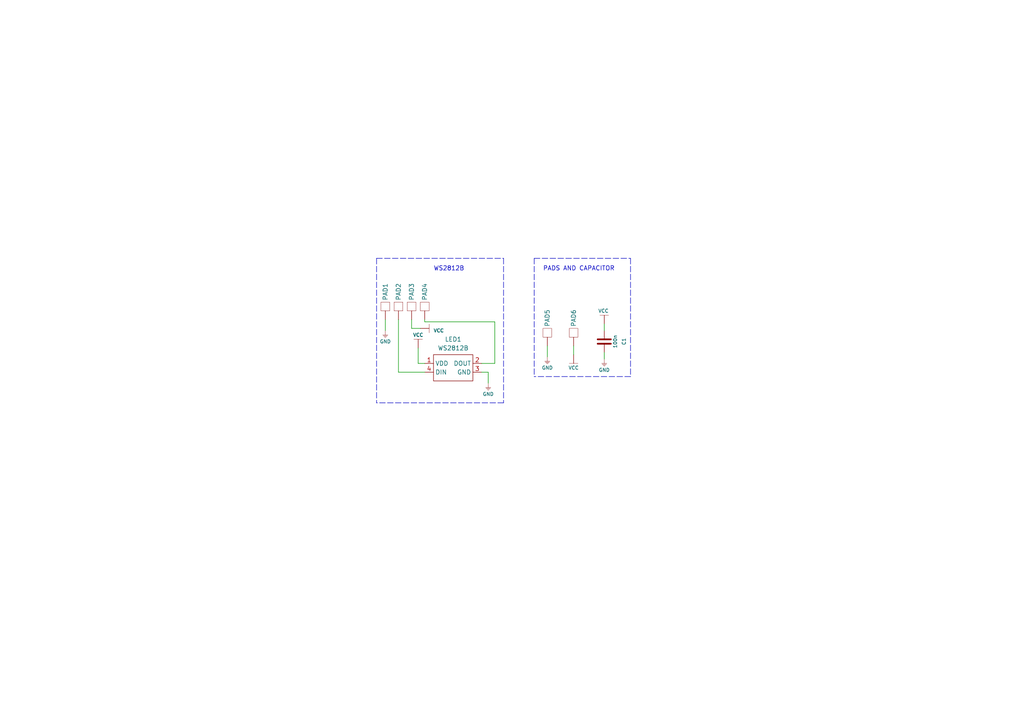
<source format=kicad_sch>
(kicad_sch (version 20211123) (generator eeschema)

  (uuid 25e546e1-a985-4f88-be34-40499372279d)

  (paper "A4")

  (title_block
    (title "Smart LED WS2812B Pixel")
    (date "2021-07-26")
    (rev "V1.0.0.")
    (company "SOLDERED")
    (comment 1 "333054")
  )

  (lib_symbols
    (symbol "e-radionica.com schematics:0603C" (pin_numbers hide) (pin_names (offset 0.002)) (in_bom yes) (on_board yes)
      (property "Reference" "C" (id 0) (at -0.635 3.175 0)
        (effects (font (size 1 1)))
      )
      (property "Value" "0603C" (id 1) (at 0 -3.175 0)
        (effects (font (size 1 1)))
      )
      (property "Footprint" "e-radionica.com footprinti:0603C" (id 2) (at 0 0 0)
        (effects (font (size 1 1)) hide)
      )
      (property "Datasheet" "" (id 3) (at 0 0 0)
        (effects (font (size 1 1)) hide)
      )
      (symbol "0603C_0_1"
        (polyline
          (pts
            (xy -0.635 1.905)
            (xy -0.635 -1.905)
          )
          (stroke (width 0.5) (type default) (color 0 0 0 0))
          (fill (type none))
        )
        (polyline
          (pts
            (xy 0.635 1.905)
            (xy 0.635 -1.905)
          )
          (stroke (width 0.5) (type default) (color 0 0 0 0))
          (fill (type none))
        )
      )
      (symbol "0603C_1_1"
        (pin passive line (at -3.175 0 0) (length 2.54)
          (name "~" (effects (font (size 1.27 1.27))))
          (number "1" (effects (font (size 1.27 1.27))))
        )
        (pin passive line (at 3.175 0 180) (length 2.54)
          (name "~" (effects (font (size 1.27 1.27))))
          (number "2" (effects (font (size 1.27 1.27))))
        )
      )
    )
    (symbol "e-radionica.com schematics:GND" (power) (pin_names (offset 0)) (in_bom yes) (on_board yes)
      (property "Reference" "#PWR" (id 0) (at 4.445 0 0)
        (effects (font (size 1 1)) hide)
      )
      (property "Value" "GND" (id 1) (at 0 -2.921 0)
        (effects (font (size 1 1)))
      )
      (property "Footprint" "" (id 2) (at 4.445 3.81 0)
        (effects (font (size 1 1)) hide)
      )
      (property "Datasheet" "" (id 3) (at 4.445 3.81 0)
        (effects (font (size 1 1)) hide)
      )
      (property "ki_keywords" "power-flag" (id 4) (at 0 0 0)
        (effects (font (size 1.27 1.27)) hide)
      )
      (property "ki_description" "Power symbol creates a global label with name \"GND\"" (id 5) (at 0 0 0)
        (effects (font (size 1.27 1.27)) hide)
      )
      (symbol "GND_0_1"
        (polyline
          (pts
            (xy -0.762 -1.27)
            (xy 0.762 -1.27)
          )
          (stroke (width 0.0006) (type default) (color 0 0 0 0))
          (fill (type none))
        )
        (polyline
          (pts
            (xy -0.635 -1.524)
            (xy 0.635 -1.524)
          )
          (stroke (width 0.0006) (type default) (color 0 0 0 0))
          (fill (type none))
        )
        (polyline
          (pts
            (xy -0.381 -1.778)
            (xy 0.381 -1.778)
          )
          (stroke (width 0.0006) (type default) (color 0 0 0 0))
          (fill (type none))
        )
        (polyline
          (pts
            (xy -0.127 -2.032)
            (xy 0.127 -2.032)
          )
          (stroke (width 0.0006) (type default) (color 0 0 0 0))
          (fill (type none))
        )
        (polyline
          (pts
            (xy 0 0)
            (xy 0 -1.27)
          )
          (stroke (width 0.0006) (type default) (color 0 0 0 0))
          (fill (type none))
        )
      )
      (symbol "GND_1_1"
        (pin power_in line (at 0 0 270) (length 0) hide
          (name "GND" (effects (font (size 1.27 1.27))))
          (number "1" (effects (font (size 1.27 1.27))))
        )
      )
    )
    (symbol "e-radionica.com schematics:PAD_2x1.5" (pin_numbers hide) (pin_names hide) (in_bom yes) (on_board yes)
      (property "Reference" "PAD" (id 0) (at 0 2.54 0)
        (effects (font (size 1.27 1.27)))
      )
      (property "Value" "PAD_2x1.5" (id 1) (at 0 -2.54 0)
        (effects (font (size 1.27 1.27)))
      )
      (property "Footprint" "e-radionica.com footprinti:PAD_2x1.5" (id 2) (at -1.27 -3.81 0)
        (effects (font (size 1.27 1.27)) hide)
      )
      (property "Datasheet" "" (id 3) (at -1.27 0 0)
        (effects (font (size 1.27 1.27)) hide)
      )
      (symbol "PAD_2x1.5_0_1"
        (rectangle (start -1.27 1.27) (end 1.27 -1.27)
          (stroke (width 0.0006) (type default) (color 0 0 0 0))
          (fill (type none))
        )
      )
      (symbol "PAD_2x1.5_1_1"
        (pin passive line (at -3.81 0 0) (length 2.54)
          (name "~" (effects (font (size 1.27 1.27))))
          (number "1" (effects (font (size 1.27 1.27))))
        )
      )
    )
    (symbol "e-radionica.com schematics:VCC" (power) (pin_names (offset 0)) (in_bom yes) (on_board yes)
      (property "Reference" "#PWR" (id 0) (at 4.445 0 0)
        (effects (font (size 1 1)) hide)
      )
      (property "Value" "VCC" (id 1) (at 0 3.556 0)
        (effects (font (size 1 1)))
      )
      (property "Footprint" "" (id 2) (at 4.445 3.81 0)
        (effects (font (size 1 1)) hide)
      )
      (property "Datasheet" "" (id 3) (at 4.445 3.81 0)
        (effects (font (size 1 1)) hide)
      )
      (property "ki_keywords" "power-flag" (id 4) (at 0 0 0)
        (effects (font (size 1.27 1.27)) hide)
      )
      (property "ki_description" "Power symbol creates a global label with name \"VCC\"" (id 5) (at 0 0 0)
        (effects (font (size 1.27 1.27)) hide)
      )
      (symbol "VCC_0_1"
        (polyline
          (pts
            (xy -1.27 2.54)
            (xy 1.27 2.54)
          )
          (stroke (width 0.0006) (type default) (color 0 0 0 0))
          (fill (type none))
        )
        (polyline
          (pts
            (xy 0 0)
            (xy 0 2.54)
          )
          (stroke (width 0) (type default) (color 0 0 0 0))
          (fill (type none))
        )
      )
      (symbol "VCC_1_1"
        (pin power_in line (at 0 0 90) (length 0) hide
          (name "VCC" (effects (font (size 1.27 1.27))))
          (number "1" (effects (font (size 1.27 1.27))))
        )
      )
    )
    (symbol "e-radionica.com schematics:WS2812B" (in_bom yes) (on_board yes)
      (property "Reference" "LED?" (id 0) (at 2.54 5.08 0)
        (effects (font (size 1.27 1.27)))
      )
      (property "Value" "WS2812B" (id 1) (at 1.27 -5.08 0)
        (effects (font (size 1.27 1.27)))
      )
      (property "Footprint" "e-radionica.com footprinti:WS2812B LED" (id 2) (at 1.27 -8.89 0)
        (effects (font (size 1.27 1.27)) hide)
      )
      (property "Datasheet" "" (id 3) (at 1.27 -8.89 0)
        (effects (font (size 1.27 1.27)) hide)
      )
      (symbol "WS2812B_0_1"
        (polyline
          (pts
            (xy -5.08 3.81)
            (xy 6.35 3.81)
            (xy 6.35 -3.81)
            (xy -5.08 -3.81)
            (xy -5.08 3.81)
          )
          (stroke (width 0.1524) (type default) (color 0 0 0 0))
          (fill (type none))
        )
      )
      (symbol "WS2812B_1_1"
        (pin input line (at -7.62 1.27 0) (length 2.54)
          (name "VDD" (effects (font (size 1.27 1.27))))
          (number "1" (effects (font (size 1.27 1.27))))
        )
        (pin input line (at 8.89 1.27 180) (length 2.54)
          (name "DOUT" (effects (font (size 1.27 1.27))))
          (number "2" (effects (font (size 1.27 1.27))))
        )
        (pin input line (at 8.89 -1.27 180) (length 2.54)
          (name "GND" (effects (font (size 1.27 1.27))))
          (number "3" (effects (font (size 1.27 1.27))))
        )
        (pin input line (at -7.62 -1.27 0) (length 2.54)
          (name "DIN" (effects (font (size 1.27 1.27))))
          (number "4" (effects (font (size 1.27 1.27))))
        )
      )
    )
  )


  (wire (pts (xy 119.38 92.71) (xy 119.38 95.25))
    (stroke (width 0) (type solid) (color 0 0 0 0))
    (uuid 13d8c093-8317-4469-a5fd-6d2cdddbbc1b)
  )
  (polyline (pts (xy 154.94 74.93) (xy 154.94 109.22))
    (stroke (width 0) (type dash) (color 0 0 0 0))
    (uuid 61052b02-6522-41fb-a929-437ab1815870)
  )
  (polyline (pts (xy 154.94 74.93) (xy 182.88 74.93))
    (stroke (width 0) (type dash) (color 0 0 0 0))
    (uuid 61052b02-6522-41fb-a929-437ab1815871)
  )
  (polyline (pts (xy 182.88 74.93) (xy 182.88 109.22))
    (stroke (width 0) (type dash) (color 0 0 0 0))
    (uuid 61052b02-6522-41fb-a929-437ab1815872)
  )
  (polyline (pts (xy 182.88 109.22) (xy 154.94 109.22))
    (stroke (width 0) (type dash) (color 0 0 0 0))
    (uuid 61052b02-6522-41fb-a929-437ab1815873)
  )

  (wire (pts (xy 175.26 102.235) (xy 175.26 104.14))
    (stroke (width 0) (type solid) (color 0 0 0 0))
    (uuid 6e933b3f-d318-478f-832a-0c24555d003b)
  )
  (polyline (pts (xy 109.22 74.93) (xy 109.22 116.84))
    (stroke (width 0) (type dash) (color 0 0 0 0))
    (uuid 70e5e377-3ae1-4313-acca-321437f50fbf)
  )
  (polyline (pts (xy 109.22 74.93) (xy 146.05 74.93))
    (stroke (width 0) (type dash) (color 0 0 0 0))
    (uuid 70e5e377-3ae1-4313-acca-321437f50fc0)
  )
  (polyline (pts (xy 146.05 74.93) (xy 146.05 116.84))
    (stroke (width 0) (type dash) (color 0 0 0 0))
    (uuid 70e5e377-3ae1-4313-acca-321437f50fc1)
  )
  (polyline (pts (xy 146.05 116.84) (xy 109.22 116.84))
    (stroke (width 0) (type dash) (color 0 0 0 0))
    (uuid 70e5e377-3ae1-4313-acca-321437f50fc2)
  )

  (wire (pts (xy 166.37 100.33) (xy 166.37 102.87))
    (stroke (width 0) (type solid) (color 0 0 0 0))
    (uuid 7a22641a-c7e0-4edf-b189-897f462a14de)
  )
  (wire (pts (xy 119.38 95.25) (xy 121.92 95.25))
    (stroke (width 0) (type solid) (color 0 0 0 0))
    (uuid 87cf9951-47be-4153-a1f5-412d88bdf269)
  )
  (wire (pts (xy 175.26 93.98) (xy 175.26 95.885))
    (stroke (width 0) (type solid) (color 0 0 0 0))
    (uuid 9288ce86-1f03-45ec-b81f-5f2a0da58038)
  )
  (wire (pts (xy 139.7 107.95) (xy 141.605 107.95))
    (stroke (width 0) (type solid) (color 0 0 0 0))
    (uuid bc5d0294-a18d-4c1c-bac4-ccc096dce471)
  )
  (wire (pts (xy 141.605 107.95) (xy 141.605 111.125))
    (stroke (width 0) (type solid) (color 0 0 0 0))
    (uuid bc5d0294-a18d-4c1c-bac4-ccc096dce472)
  )
  (wire (pts (xy 158.75 100.33) (xy 158.75 103.505))
    (stroke (width 0) (type solid) (color 0 0 0 0))
    (uuid c3529669-df80-403c-a05f-c0b1a81fe746)
  )
  (wire (pts (xy 111.76 92.71) (xy 111.76 95.885))
    (stroke (width 0) (type solid) (color 0 0 0 0))
    (uuid c45bd5e8-6c78-43c2-9bbb-5cc57954d2da)
  )
  (wire (pts (xy 123.19 92.71) (xy 123.19 93.345))
    (stroke (width 0) (type solid) (color 0 0 0 0))
    (uuid c66b6ad0-9e71-4da3-8d49-71ceff3eadd4)
  )
  (wire (pts (xy 123.19 93.345) (xy 143.51 93.345))
    (stroke (width 0) (type solid) (color 0 0 0 0))
    (uuid c66b6ad0-9e71-4da3-8d49-71ceff3eadd5)
  )
  (wire (pts (xy 143.51 93.345) (xy 143.51 105.41))
    (stroke (width 0) (type solid) (color 0 0 0 0))
    (uuid c66b6ad0-9e71-4da3-8d49-71ceff3eadd6)
  )
  (wire (pts (xy 115.57 92.71) (xy 115.57 107.95))
    (stroke (width 0) (type solid) (color 0 0 0 0))
    (uuid dc5f1b5c-3464-4e80-8b26-e9bacc0fd347)
  )
  (wire (pts (xy 115.57 107.95) (xy 123.19 107.95))
    (stroke (width 0) (type solid) (color 0 0 0 0))
    (uuid dc5f1b5c-3464-4e80-8b26-e9bacc0fd348)
  )
  (wire (pts (xy 121.285 100.965) (xy 121.285 105.41))
    (stroke (width 0) (type solid) (color 0 0 0 0))
    (uuid e3675d4e-e7c9-4749-8966-4a7ae0d9c7f5)
  )
  (wire (pts (xy 123.19 105.41) (xy 121.285 105.41))
    (stroke (width 0) (type solid) (color 0 0 0 0))
    (uuid e3675d4e-e7c9-4749-8966-4a7ae0d9c7f6)
  )
  (wire (pts (xy 139.7 105.41) (xy 143.51 105.41))
    (stroke (width 0) (type solid) (color 0 0 0 0))
    (uuid f4acc565-bd77-4023-b5e1-4cf117ecc7fc)
  )

  (text "WS2812B" (at 125.73 78.74 0)
    (effects (font (size 1.27 1.27)) (justify left bottom))
    (uuid d36c8c75-0b23-46d5-960e-5639d643ef7d)
  )
  (text "PADS AND CAPACITOR" (at 157.48 78.74 0)
    (effects (font (size 1.27 1.27)) (justify left bottom))
    (uuid d445ffba-c439-4d7f-a6a0-b903a538d664)
  )

  (symbol (lib_id "e-radionica.com schematics:GND") (at 111.76 95.885 0) (mirror y) (unit 1)
    (in_bom yes) (on_board yes)
    (uuid 01623b28-763b-4024-90cd-b5c3c1ddd528)
    (property "Reference" "#PWR0144" (id 0) (at 107.315 95.885 0)
      (effects (font (size 1 1)) hide)
    )
    (property "Value" "GND" (id 1) (at 111.76 99.06 0)
      (effects (font (size 1 1)))
    )
    (property "Footprint" "" (id 2) (at 107.315 92.075 0)
      (effects (font (size 1 1)) hide)
    )
    (property "Datasheet" "" (id 3) (at 107.315 92.075 0)
      (effects (font (size 1 1)) hide)
    )
    (pin "1" (uuid 2ff94de9-feb8-4841-a301-6b3ce98eeba6))
  )

  (symbol (lib_id "e-radionica.com schematics:VCC") (at 166.37 102.87 180) (unit 1)
    (in_bom yes) (on_board yes)
    (uuid 2944beee-7f5c-4262-9683-e503e535a368)
    (property "Reference" "#PWR0101" (id 0) (at 161.925 102.87 0)
      (effects (font (size 1 1)) hide)
    )
    (property "Value" "VCC" (id 1) (at 166.37 106.68 0)
      (effects (font (size 1 1)))
    )
    (property "Footprint" "" (id 2) (at 161.925 106.68 0)
      (effects (font (size 1 1)) hide)
    )
    (property "Datasheet" "" (id 3) (at 161.925 106.68 0)
      (effects (font (size 1 1)) hide)
    )
    (pin "1" (uuid 561fc1ba-0184-41ea-933d-b4eefb44adb7))
  )

  (symbol (lib_id "e-radionica.com schematics:PAD_2x1.5") (at 158.75 96.52 90) (unit 1)
    (in_bom yes) (on_board yes)
    (uuid 344b949b-0a64-46fb-886c-598886093b04)
    (property "Reference" "PAD5" (id 0) (at 158.75 89.7252 0)
      (effects (font (size 1.27 1.27)) (justify right))
    )
    (property "Value" "PAD_2x1.5" (id 1) (at 161.29 99.8852 90)
      (effects (font (size 1.27 1.27)) (justify right) hide)
    )
    (property "Footprint" "e-radionica.com footprinti:PAD_2x1.5" (id 2) (at 162.56 97.79 0)
      (effects (font (size 1.27 1.27)) hide)
    )
    (property "Datasheet" "" (id 3) (at 158.75 97.79 0)
      (effects (font (size 1.27 1.27)) hide)
    )
    (pin "1" (uuid 7f13eeeb-d97b-490d-af4c-02cc7bdd2f88))
  )

  (symbol (lib_id "e-radionica.com schematics:GND") (at 175.26 104.14 0) (unit 1)
    (in_bom yes) (on_board yes)
    (uuid 3a494e15-f3be-4b6a-ae78-19dab1cffa4e)
    (property "Reference" "#PWR0126" (id 0) (at 179.705 104.14 0)
      (effects (font (size 1 1)) hide)
    )
    (property "Value" "GND" (id 1) (at 175.26 107.315 0)
      (effects (font (size 1 1)))
    )
    (property "Footprint" "" (id 2) (at 179.705 100.33 0)
      (effects (font (size 1 1)) hide)
    )
    (property "Datasheet" "" (id 3) (at 179.705 100.33 0)
      (effects (font (size 1 1)) hide)
    )
    (pin "1" (uuid c5263a23-2bc4-4b34-ab52-e0cbbb953add))
  )

  (symbol (lib_id "e-radionica.com schematics:PAD_2x1.5") (at 123.19 88.9 270) (mirror x) (unit 1)
    (in_bom yes) (on_board yes)
    (uuid 3fb5fcd2-e49a-4adc-9060-c930ea293da2)
    (property "Reference" "PAD4" (id 0) (at 123.19 82.1052 0)
      (effects (font (size 1.27 1.27)) (justify right))
    )
    (property "Value" "PAD_2x1.5" (id 1) (at 120.65 92.2652 90)
      (effects (font (size 1.27 1.27)) (justify right) hide)
    )
    (property "Footprint" "e-radionica.com footprinti:PAD_2x1.5" (id 2) (at 119.38 90.17 0)
      (effects (font (size 1.27 1.27)) hide)
    )
    (property "Datasheet" "" (id 3) (at 123.19 90.17 0)
      (effects (font (size 1.27 1.27)) hide)
    )
    (pin "1" (uuid dee146b5-7c3d-43d6-8fe0-b622f84462d0))
  )

  (symbol (lib_id "e-radionica.com schematics:GND") (at 141.605 111.125 0) (unit 1)
    (in_bom yes) (on_board yes)
    (uuid 4553990a-b354-4e13-83fb-d51b701e07a5)
    (property "Reference" "#PWR0123" (id 0) (at 146.05 111.125 0)
      (effects (font (size 1 1)) hide)
    )
    (property "Value" "GND" (id 1) (at 141.605 114.3 0)
      (effects (font (size 1 1)))
    )
    (property "Footprint" "" (id 2) (at 146.05 107.315 0)
      (effects (font (size 1 1)) hide)
    )
    (property "Datasheet" "" (id 3) (at 146.05 107.315 0)
      (effects (font (size 1 1)) hide)
    )
    (pin "1" (uuid 8b1676ac-ce41-4897-8293-50f7aa08265c))
  )

  (symbol (lib_id "e-radionica.com schematics:PAD_2x1.5") (at 115.57 88.9 90) (unit 1)
    (in_bom yes) (on_board yes)
    (uuid 4669c19d-82d3-43e0-b652-e4b1cfaf950b)
    (property "Reference" "PAD2" (id 0) (at 115.57 82.1052 0)
      (effects (font (size 1.27 1.27)) (justify right))
    )
    (property "Value" "PAD_2x1.5" (id 1) (at 118.11 92.2652 90)
      (effects (font (size 1.27 1.27)) (justify right) hide)
    )
    (property "Footprint" "e-radionica.com footprinti:PAD_2x1.5" (id 2) (at 119.38 90.17 0)
      (effects (font (size 1.27 1.27)) hide)
    )
    (property "Datasheet" "" (id 3) (at 115.57 90.17 0)
      (effects (font (size 1.27 1.27)) hide)
    )
    (pin "1" (uuid d2b31768-1cb2-4a54-a255-2607ec273e6c))
  )

  (symbol (lib_id "e-radionica.com schematics:PAD_2x1.5") (at 111.76 88.9 90) (unit 1)
    (in_bom yes) (on_board yes)
    (uuid 4f10d492-345c-4ce3-a448-af6e7d74b05c)
    (property "Reference" "PAD1" (id 0) (at 111.76 82.1052 0)
      (effects (font (size 1.27 1.27)) (justify right))
    )
    (property "Value" "PAD_2x1.5" (id 1) (at 114.3 92.2652 90)
      (effects (font (size 1.27 1.27)) (justify right) hide)
    )
    (property "Footprint" "e-radionica.com footprinti:PAD_2x1.5" (id 2) (at 115.57 90.17 0)
      (effects (font (size 1.27 1.27)) hide)
    )
    (property "Datasheet" "" (id 3) (at 111.76 90.17 0)
      (effects (font (size 1.27 1.27)) hide)
    )
    (pin "1" (uuid 4928f544-0d99-4f11-97ec-534e813bdec8))
  )

  (symbol (lib_id "e-radionica.com schematics:VCC") (at 175.26 93.98 0) (unit 1)
    (in_bom yes) (on_board yes)
    (uuid 6fab0891-b999-4176-b8f6-36c0647fd547)
    (property "Reference" "#PWR0125" (id 0) (at 179.705 93.98 0)
      (effects (font (size 1 1)) hide)
    )
    (property "Value" "VCC" (id 1) (at 176.53 90.17 0)
      (effects (font (size 1 1)) (justify right))
    )
    (property "Footprint" "" (id 2) (at 179.705 90.17 0)
      (effects (font (size 1 1)) hide)
    )
    (property "Datasheet" "" (id 3) (at 179.705 90.17 0)
      (effects (font (size 1 1)) hide)
    )
    (pin "1" (uuid 40afe42a-96b1-4a2f-9d4f-a510eb593310))
  )

  (symbol (lib_id "e-radionica.com schematics:WS2812B") (at 130.81 106.68 0) (unit 1)
    (in_bom yes) (on_board yes) (fields_autoplaced)
    (uuid 7e597c70-98aa-4cc2-a36b-cd1a1500a8f2)
    (property "Reference" "LED1" (id 0) (at 131.445 98.425 0))
    (property "Value" "WS2812B" (id 1) (at 131.445 100.965 0))
    (property "Footprint" "e-radionica.com footprinti:WS2812B LED" (id 2) (at 132.08 115.57 0)
      (effects (font (size 1.27 1.27)) hide)
    )
    (property "Datasheet" "" (id 3) (at 132.08 115.57 0)
      (effects (font (size 1.27 1.27)) hide)
    )
    (pin "1" (uuid 225cdb27-e50a-4e69-9c14-ae7c784a521f))
    (pin "2" (uuid 16610e6f-d5d7-467d-be55-6e0e8e001709))
    (pin "3" (uuid 7a07b83b-95b7-47e9-b4b7-f977966f1bb8))
    (pin "4" (uuid 93c5ac5f-f11c-4d9d-85ea-6854e4ad679f))
  )

  (symbol (lib_id "e-radionica.com schematics:VCC") (at 121.92 95.25 270) (unit 1)
    (in_bom yes) (on_board yes) (fields_autoplaced)
    (uuid 85e0735e-a0d0-4122-b083-8429bd03aae8)
    (property "Reference" "#PWR0143" (id 0) (at 121.92 99.695 0)
      (effects (font (size 1 1)) hide)
    )
    (property "Value" "VCC" (id 1) (at 125.73 95.885 90)
      (effects (font (size 1 1)) (justify left))
    )
    (property "Footprint" "" (id 2) (at 125.73 99.695 0)
      (effects (font (size 1 1)) hide)
    )
    (property "Datasheet" "" (id 3) (at 125.73 99.695 0)
      (effects (font (size 1 1)) hide)
    )
    (pin "1" (uuid 94e8158e-467c-4d34-8d76-beabef9689cd))
  )

  (symbol (lib_id "e-radionica.com schematics:GND") (at 158.75 103.505 0) (mirror y) (unit 1)
    (in_bom yes) (on_board yes)
    (uuid 8ce7eb3c-33df-49d8-8edf-57946e3b3373)
    (property "Reference" "#PWR0102" (id 0) (at 154.305 103.505 0)
      (effects (font (size 1 1)) hide)
    )
    (property "Value" "GND" (id 1) (at 158.75 106.68 0)
      (effects (font (size 1 1)))
    )
    (property "Footprint" "" (id 2) (at 154.305 99.695 0)
      (effects (font (size 1 1)) hide)
    )
    (property "Datasheet" "" (id 3) (at 154.305 99.695 0)
      (effects (font (size 1 1)) hide)
    )
    (pin "1" (uuid f377be89-45e3-4ed8-bfdc-5bf029140fa9))
  )

  (symbol (lib_id "e-radionica.com schematics:VCC") (at 121.285 100.965 0) (unit 1)
    (in_bom yes) (on_board yes) (fields_autoplaced)
    (uuid 93948d6c-2dc2-422b-b627-afa72ea4eb5f)
    (property "Reference" "#PWR0122" (id 0) (at 125.73 100.965 0)
      (effects (font (size 1 1)) hide)
    )
    (property "Value" "VCC" (id 1) (at 121.285 97.155 0)
      (effects (font (size 1 1)))
    )
    (property "Footprint" "" (id 2) (at 125.73 97.155 0)
      (effects (font (size 1 1)) hide)
    )
    (property "Datasheet" "" (id 3) (at 125.73 97.155 0)
      (effects (font (size 1 1)) hide)
    )
    (pin "1" (uuid 7c7aa7e7-dcb0-4066-9bb0-1b95f1c7da55))
  )

  (symbol (lib_id "e-radionica.com schematics:PAD_2x1.5") (at 166.37 96.52 90) (unit 1)
    (in_bom yes) (on_board yes)
    (uuid 9b149906-0281-402f-bcdf-4d7b11112b31)
    (property "Reference" "PAD6" (id 0) (at 166.37 89.7252 0)
      (effects (font (size 1.27 1.27)) (justify right))
    )
    (property "Value" "PAD_2x1.5" (id 1) (at 168.91 99.8852 90)
      (effects (font (size 1.27 1.27)) (justify right) hide)
    )
    (property "Footprint" "e-radionica.com footprinti:PAD_2x1.5" (id 2) (at 170.18 97.79 0)
      (effects (font (size 1.27 1.27)) hide)
    )
    (property "Datasheet" "" (id 3) (at 166.37 97.79 0)
      (effects (font (size 1.27 1.27)) hide)
    )
    (pin "1" (uuid cca83cda-a307-4b33-bd70-8838e8e0d716))
  )

  (symbol (lib_id "e-radionica.com schematics:0603C") (at 175.26 99.06 270) (unit 1)
    (in_bom yes) (on_board yes) (fields_autoplaced)
    (uuid bb76a0ce-cdc4-4395-bcf8-9d830f5d7140)
    (property "Reference" "C1" (id 0) (at 180.975 99.06 0)
      (effects (font (size 1 1)))
    )
    (property "Value" "100n" (id 1) (at 178.435 99.06 0)
      (effects (font (size 1 1)))
    )
    (property "Footprint" "e-radionica.com footprinti:0603C" (id 2) (at 175.26 99.06 0)
      (effects (font (size 1 1)) hide)
    )
    (property "Datasheet" "" (id 3) (at 175.26 99.06 0)
      (effects (font (size 1 1)) hide)
    )
    (pin "1" (uuid 9864c00a-6a5d-4f50-89f8-c645d6da0813))
    (pin "2" (uuid 4ddf05f2-53a0-42d3-aabf-d3504afa5e50))
  )

  (symbol (lib_id "e-radionica.com schematics:PAD_2x1.5") (at 119.38 88.9 90) (unit 1)
    (in_bom yes) (on_board yes)
    (uuid fbdf0a82-1f37-4121-87e4-5f50e6626b8d)
    (property "Reference" "PAD3" (id 0) (at 119.38 82.1052 0)
      (effects (font (size 1.27 1.27)) (justify right))
    )
    (property "Value" "PAD_2x1.5" (id 1) (at 121.92 92.2652 90)
      (effects (font (size 1.27 1.27)) (justify right) hide)
    )
    (property "Footprint" "e-radionica.com footprinti:PAD_2x1.5" (id 2) (at 123.19 90.17 0)
      (effects (font (size 1.27 1.27)) hide)
    )
    (property "Datasheet" "" (id 3) (at 119.38 90.17 0)
      (effects (font (size 1.27 1.27)) hide)
    )
    (pin "1" (uuid 6d3bb5df-712e-413f-99c0-f221dd06d1ce))
  )

  (sheet_instances
    (path "/" (page "1"))
  )

  (symbol_instances
    (path "/2944beee-7f5c-4262-9683-e503e535a368"
      (reference "#PWR0101") (unit 1) (value "VCC") (footprint "")
    )
    (path "/8ce7eb3c-33df-49d8-8edf-57946e3b3373"
      (reference "#PWR0102") (unit 1) (value "GND") (footprint "")
    )
    (path "/93948d6c-2dc2-422b-b627-afa72ea4eb5f"
      (reference "#PWR0122") (unit 1) (value "VCC") (footprint "")
    )
    (path "/4553990a-b354-4e13-83fb-d51b701e07a5"
      (reference "#PWR0123") (unit 1) (value "GND") (footprint "")
    )
    (path "/6fab0891-b999-4176-b8f6-36c0647fd547"
      (reference "#PWR0125") (unit 1) (value "VCC") (footprint "")
    )
    (path "/3a494e15-f3be-4b6a-ae78-19dab1cffa4e"
      (reference "#PWR0126") (unit 1) (value "GND") (footprint "")
    )
    (path "/85e0735e-a0d0-4122-b083-8429bd03aae8"
      (reference "#PWR0143") (unit 1) (value "VCC") (footprint "")
    )
    (path "/01623b28-763b-4024-90cd-b5c3c1ddd528"
      (reference "#PWR0144") (unit 1) (value "GND") (footprint "")
    )
    (path "/bb76a0ce-cdc4-4395-bcf8-9d830f5d7140"
      (reference "C1") (unit 1) (value "100n") (footprint "e-radionica.com footprinti:0603C")
    )
    (path "/7e597c70-98aa-4cc2-a36b-cd1a1500a8f2"
      (reference "LED1") (unit 1) (value "WS2812B") (footprint "e-radionica.com footprinti:WS2812B LED")
    )
    (path "/4f10d492-345c-4ce3-a448-af6e7d74b05c"
      (reference "PAD1") (unit 1) (value "PAD_2x1.5") (footprint "e-radionica.com footprinti:PAD_2x1.5")
    )
    (path "/4669c19d-82d3-43e0-b652-e4b1cfaf950b"
      (reference "PAD2") (unit 1) (value "PAD_2x1.5") (footprint "e-radionica.com footprinti:PAD_2x1.5")
    )
    (path "/fbdf0a82-1f37-4121-87e4-5f50e6626b8d"
      (reference "PAD3") (unit 1) (value "PAD_2x1.5") (footprint "e-radionica.com footprinti:PAD_2x1.5")
    )
    (path "/3fb5fcd2-e49a-4adc-9060-c930ea293da2"
      (reference "PAD4") (unit 1) (value "PAD_2x1.5") (footprint "e-radionica.com footprinti:PAD_2x1.5")
    )
    (path "/344b949b-0a64-46fb-886c-598886093b04"
      (reference "PAD5") (unit 1) (value "PAD_2x1.5") (footprint "e-radionica.com footprinti:PAD_2x1.5")
    )
    (path "/9b149906-0281-402f-bcdf-4d7b11112b31"
      (reference "PAD6") (unit 1) (value "PAD_2x1.5") (footprint "e-radionica.com footprinti:PAD_2x1.5")
    )
  )
)

</source>
